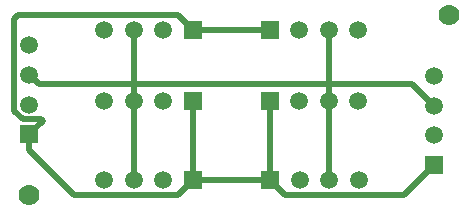
<source format=gtl>
G04*
G04 #@! TF.GenerationSoftware,Altium Limited,Altium Designer,20.0.11 (256)*
G04*
G04 Layer_Physical_Order=1*
G04 Layer_Color=255*
%FSLAX43Y43*%
%MOMM*%
G71*
G01*
G75*
%ADD10C,0.254*%
%ADD15C,0.508*%
%ADD16R,1.500X1.500*%
%ADD17C,1.500*%
%ADD18R,1.500X1.500*%
%ADD19C,1.778*%
D10*
X24170Y10500D02*
X24210Y10460D01*
X29170Y10500D02*
X29190Y10480D01*
Y3830D02*
X29210Y3810D01*
X3810Y12740D02*
X3861D01*
D15*
X17662Y16510D02*
X24170D01*
X2540Y9731D02*
Y17482D01*
X16392Y17780D02*
X17662Y16510D01*
X2838Y17780D02*
X16392D01*
X2540Y17482D02*
X2838Y17780D01*
X2540Y9731D02*
X3289Y8982D01*
X4830D01*
X4941Y8871D01*
X25480Y2540D02*
X35520D01*
X24210Y3810D02*
X25480Y2540D01*
X35520D02*
X38100Y5120D01*
X16392Y2540D02*
X17662Y3810D01*
X7620Y2540D02*
X16392D01*
X3810Y6350D02*
X7620Y2540D01*
X3810Y6350D02*
Y7740D01*
X4941Y8871D01*
X17662Y3810D02*
Y10500D01*
X24210Y3810D02*
Y10460D01*
X17662Y3810D02*
X24210D01*
X29190Y3830D02*
Y10480D01*
X29170Y11966D02*
X36254D01*
X12662D02*
X29170D01*
Y16510D01*
Y10500D02*
Y11966D01*
X12662Y3810D02*
Y10500D01*
X4635Y11966D02*
X12662D01*
Y16510D01*
Y10500D02*
Y11966D01*
X36254D02*
X38100Y10120D01*
X3861Y12740D02*
X4635Y11966D01*
D16*
X17662Y3810D02*
D03*
X24210D02*
D03*
X24170Y10500D02*
D03*
Y16510D02*
D03*
X17662Y10500D02*
D03*
Y16510D02*
D03*
D17*
X15162Y3810D02*
D03*
X12662D02*
D03*
X10162D02*
D03*
X31710D02*
D03*
X29210D02*
D03*
X26710D02*
D03*
X26670Y10500D02*
D03*
X29170D02*
D03*
X31670D02*
D03*
Y16510D02*
D03*
X29170D02*
D03*
X26670D02*
D03*
X10162Y10500D02*
D03*
X12662D02*
D03*
X15162D02*
D03*
Y16510D02*
D03*
X12662D02*
D03*
X10162D02*
D03*
X3810Y15240D02*
D03*
Y12740D02*
D03*
Y10240D02*
D03*
X38100Y7620D02*
D03*
Y10120D02*
D03*
Y12620D02*
D03*
D18*
X3810Y7740D02*
D03*
X38100Y5120D02*
D03*
D19*
X39370Y17780D02*
D03*
X3810Y2540D02*
D03*
M02*

</source>
